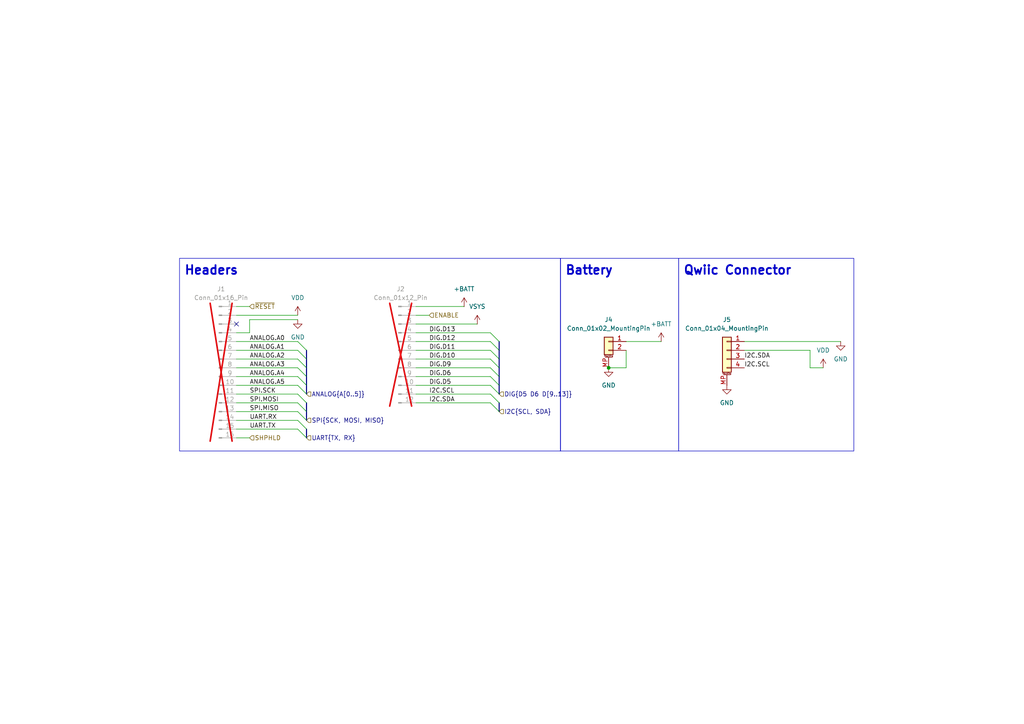
<source format=kicad_sch>
(kicad_sch (version 20250114) (generator "eeschema") (generator_version "9.0")
  (paper "A4")
  (lib_symbols
    (symbol "Connector:Conn_01x12_Pin" (pin_names (offset 1.016) (hide yes))
      (property "Reference" "J" (at 0 15.24 0))
      (property "Value" "Conn_01x12_Pin" (at 0 -17.78 0))
      (symbol "Conn_01x12_Pin_1_1"
        (rectangle (start 0.8636 12.827) (end 0 12.573) (stroke (width 0.1524)) (fill (type outline)))
        (rectangle (start 0.8636 10.287) (end 0 10.033) (stroke (width 0.1524)) (fill (type outline)))
        (rectangle (start 0.8636 7.747) (end 0 7.493) (stroke (width 0.1524)) (fill (type outline)))
        (rectangle (start 0.8636 5.207) (end 0 4.953) (stroke (width 0.1524)) (fill (type outline)))
        (rectangle (start 0.8636 2.667) (end 0 2.413) (stroke (width 0.1524)) (fill (type outline)))
        (rectangle (start 0.8636 0.127) (end 0 -0.127) (stroke (width 0.1524)) (fill (type outline)))
        (rectangle (start 0.8636 -2.413) (end 0 -2.667) (stroke (width 0.1524)) (fill (type outline)))
        (rectangle (start 0.8636 -4.953) (end 0 -5.207) (stroke (width 0.1524)) (fill (type outline)))
        (rectangle (start 0.8636 -7.493) (end 0 -7.747) (stroke (width 0.1524)) (fill (type outline)))
        (rectangle (start 0.8636 -10.033) (end 0 -10.287) (stroke (width 0.1524)) (fill (type outline)))
        (rectangle (start 0.8636 -12.573) (end 0 -12.827) (stroke (width 0.1524)) (fill (type outline)))
        (rectangle (start 0.8636 -15.113) (end 0 -15.367) (stroke (width 0.1524)) (fill (type outline)))
        (polyline (pts (xy 1.27 12.7) (xy 0.8636 12.7)) (stroke (width 0.1524)))
        (polyline (pts (xy 1.27 10.16) (xy 0.8636 10.16)) (stroke (width 0.1524)))
        (polyline (pts (xy 1.27 7.62) (xy 0.8636 7.62)) (stroke (width 0.1524)))
        (polyline (pts (xy 1.27 5.08) (xy 0.8636 5.08)) (stroke (width 0.1524)))
        (polyline (pts (xy 1.27 2.54) (xy 0.8636 2.54)) (stroke (width 0.1524)))
        (polyline (pts (xy 1.27 0) (xy 0.8636 0)) (stroke (width 0.1524)))
        (polyline (pts (xy 1.27 -2.54) (xy 0.8636 -2.54)) (stroke (width 0.1524)))
        (polyline (pts (xy 1.27 -5.08) (xy 0.8636 -5.08)) (stroke (width 0.1524)))
        (polyline (pts (xy 1.27 -7.62) (xy 0.8636 -7.62)) (stroke (width 0.1524)))
        (polyline (pts (xy 1.27 -10.16) (xy 0.8636 -10.16)) (stroke (width 0.1524)))
        (polyline (pts (xy 1.27 -12.7) (xy 0.8636 -12.7)) (stroke (width 0.1524)))
        (polyline (pts (xy 1.27 -15.24) (xy 0.8636 -15.24)) (stroke (width 0.1524)))
        (pin passive line (at 5.08 12.7 180) (length 3.81) (name "Pin_1") (number "1"))
        (pin passive line (at 5.08 10.16 180) (length 3.81) (name "Pin_2") (number "2"))
        (pin passive line (at 5.08 7.62 180) (length 3.81) (name "Pin_3") (number "3"))
        (pin passive line (at 5.08 5.08 180) (length 3.81) (name "Pin_4") (number "4"))
        (pin passive line (at 5.08 2.54 180) (length 3.81) (name "Pin_5") (number "5"))
        (pin passive line (at 5.08 0 180) (length 3.81) (name "Pin_6") (number "6"))
        (pin passive line (at 5.08 -2.54 180) (length 3.81) (name "Pin_7") (number "7"))
        (pin passive line (at 5.08 -5.08 180) (length 3.81) (name "Pin_8") (number "8"))
        (pin passive line (at 5.08 -7.62 180) (length 3.81) (name "Pin_9") (number "9"))
        (pin passive line (at 5.08 -10.16 180) (length 3.81) (name "Pin_10") (number "10"))
        (pin passive line (at 5.08 -12.7 180) (length 3.81) (name "Pin_11") (number "11"))
        (pin passive line (at 5.08 -15.24 180) (length 3.81) (name "Pin_12") (number "12"))
      )
    )
    (symbol "Connector:Conn_01x16_Pin" (pin_names (offset 1.016) (hide yes))
      (property "Reference" "J" (at 0 20.32 0))
      (property "Value" "Conn_01x16_Pin" (at 0 -22.86 0))
      (symbol "Conn_01x16_Pin_1_1"
        (rectangle (start 0.8636 17.907) (end 0 17.653) (stroke (width 0.1524)) (fill (type outline)))
        (rectangle (start 0.8636 15.367) (end 0 15.113) (stroke (width 0.1524)) (fill (type outline)))
        (rectangle (start 0.8636 12.827) (end 0 12.573) (stroke (width 0.1524)) (fill (type outline)))
        (rectangle (start 0.8636 10.287) (end 0 10.033) (stroke (width 0.1524)) (fill (type outline)))
        (rectangle (start 0.8636 7.747) (end 0 7.493) (stroke (width 0.1524)) (fill (type outline)))
        (rectangle (start 0.8636 5.207) (end 0 4.953) (stroke (width 0.1524)) (fill (type outline)))
        (rectangle (start 0.8636 2.667) (end 0 2.413) (stroke (width 0.1524)) (fill (type outline)))
        (rectangle (start 0.8636 0.127) (end 0 -0.127) (stroke (width 0.1524)) (fill (type outline)))
        (rectangle (start 0.8636 -2.413) (end 0 -2.667) (stroke (width 0.1524)) (fill (type outline)))
        (rectangle (start 0.8636 -4.953) (end 0 -5.207) (stroke (width 0.1524)) (fill (type outline)))
        (rectangle (start 0.8636 -7.493) (end 0 -7.747) (stroke (width 0.1524)) (fill (type outline)))
        (rectangle (start 0.8636 -10.033) (end 0 -10.287) (stroke (width 0.1524)) (fill (type outline)))
        (rectangle (start 0.8636 -12.573) (end 0 -12.827) (stroke (width 0.1524)) (fill (type outline)))
        (rectangle (start 0.8636 -15.113) (end 0 -15.367) (stroke (width 0.1524)) (fill (type outline)))
        (rectangle (start 0.8636 -17.653) (end 0 -17.907) (stroke (width 0.1524)) (fill (type outline)))
        (rectangle (start 0.8636 -20.193) (end 0 -20.447) (stroke (width 0.1524)) (fill (type outline)))
        (polyline (pts (xy 1.27 17.78) (xy 0.8636 17.78)) (stroke (width 0.1524)))
        (polyline (pts (xy 1.27 15.24) (xy 0.8636 15.24)) (stroke (width 0.1524)))
        (polyline (pts (xy 1.27 12.7) (xy 0.8636 12.7)) (stroke (width 0.1524)))
        (polyline (pts (xy 1.27 10.16) (xy 0.8636 10.16)) (stroke (width 0.1524)))
        (polyline (pts (xy 1.27 7.62) (xy 0.8636 7.62)) (stroke (width 0.1524)))
        (polyline (pts (xy 1.27 5.08) (xy 0.8636 5.08)) (stroke (width 0.1524)))
        (polyline (pts (xy 1.27 2.54) (xy 0.8636 2.54)) (stroke (width 0.1524)))
        (polyline (pts (xy 1.27 0) (xy 0.8636 0)) (stroke (width 0.1524)))
        (polyline (pts (xy 1.27 -2.54) (xy 0.8636 -2.54)) (stroke (width 0.1524)))
        (polyline (pts (xy 1.27 -5.08) (xy 0.8636 -5.08)) (stroke (width 0.1524)))
        (polyline (pts (xy 1.27 -7.62) (xy 0.8636 -7.62)) (stroke (width 0.1524)))
        (polyline (pts (xy 1.27 -10.16) (xy 0.8636 -10.16)) (stroke (width 0.1524)))
        (polyline (pts (xy 1.27 -12.7) (xy 0.8636 -12.7)) (stroke (width 0.1524)))
        (polyline (pts (xy 1.27 -15.24) (xy 0.8636 -15.24)) (stroke (width 0.1524)))
        (polyline (pts (xy 1.27 -17.78) (xy 0.8636 -17.78)) (stroke (width 0.1524)))
        (polyline (pts (xy 1.27 -20.32) (xy 0.8636 -20.32)) (stroke (width 0.1524)))
        (pin passive line (at 5.08 17.78 180) (length 3.81) (name "Pin_1") (number "1"))
        (pin passive line (at 5.08 15.24 180) (length 3.81) (name "Pin_2") (number "2"))
        (pin passive line (at 5.08 12.7 180) (length 3.81) (name "Pin_3") (number "3"))
        (pin passive line (at 5.08 10.16 180) (length 3.81) (name "Pin_4") (number "4"))
        (pin passive line (at 5.08 7.62 180) (length 3.81) (name "Pin_5") (number "5"))
        (pin passive line (at 5.08 5.08 180) (length 3.81) (name "Pin_6") (number "6"))
        (pin passive line (at 5.08 2.54 180) (length 3.81) (name "Pin_7") (number "7"))
        (pin passive line (at 5.08 0 180) (length 3.81) (name "Pin_8") (number "8"))
        (pin passive line (at 5.08 -2.54 180) (length 3.81) (name "Pin_9") (number "9"))
        (pin passive line (at 5.08 -5.08 180) (length 3.81) (name "Pin_10") (number "10"))
        (pin passive line (at 5.08 -7.62 180) (length 3.81) (name "Pin_11") (number "11"))
        (pin passive line (at 5.08 -10.16 180) (length 3.81) (name "Pin_12") (number "12"))
        (pin passive line (at 5.08 -12.7 180) (length 3.81) (name "Pin_13") (number "13"))
        (pin passive line (at 5.08 -15.24 180) (length 3.81) (name "Pin_14") (number "14"))
        (pin passive line (at 5.08 -17.78 180) (length 3.81) (name "Pin_15") (number "15"))
        (pin passive line (at 5.08 -20.32 180) (length 3.81) (name "Pin_16") (number "16"))
      )
    )
    (symbol "Connector_Generic_MountingPin:Conn_01x02_MountingPin" (pin_names (offset 1.016) (hide yes))
      (property "Reference" "J" (at 0 2.54 0))
      (property "Value" "Conn_01x02_MountingPin" (at 1.27 -5.08 0))
      (symbol "Conn_01x02_MountingPin_1_1"
        (rectangle (start -1.27 1.27) (end 1.27 -3.81) (stroke (width 0.254)) (fill (type background)))
        (rectangle (start -1.27 0.127) (end 0 -0.127) (stroke (width 0.1524)))
        (rectangle (start -1.27 -2.413) (end 0 -2.667) (stroke (width 0.1524)))
        (polyline (pts (xy -1.016 -4.572) (xy 1.016 -4.572)) (stroke (width 0.1524)))
        (text "Mounting" (at 0 -4.191 0) (effects (font (size 0.381 0.381))))
        (pin passive line (at -5.08 0 0) (length 3.81) (name "Pin_1") (number "1"))
        (pin passive line (at -5.08 -2.54 0) (length 3.81) (name "Pin_2") (number "2"))
        (pin passive line (at 0 -7.62 90) (length 3.048) (name "MountPin") (number "MP"))
      )
    )
    (symbol "Connector_Generic_MountingPin:Conn_01x04_MountingPin" (pin_names (offset 1.016) (hide yes))
      (property "Reference" "J" (at 0 5.08 0))
      (property "Value" "Conn_01x04_MountingPin" (at 1.27 -7.62 0))
      (symbol "Conn_01x04_MountingPin_1_1"
        (rectangle (start -1.27 3.81) (end 1.27 -6.35) (stroke (width 0.254)) (fill (type background)))
        (rectangle (start -1.27 2.667) (end 0 2.413) (stroke (width 0.1524)))
        (rectangle (start -1.27 0.127) (end 0 -0.127) (stroke (width 0.1524)))
        (rectangle (start -1.27 -2.413) (end 0 -2.667) (stroke (width 0.1524)))
        (rectangle (start -1.27 -4.953) (end 0 -5.207) (stroke (width 0.1524)))
        (polyline (pts (xy -1.016 -7.112) (xy 1.016 -7.112)) (stroke (width 0.1524)))
        (text "Mounting" (at 0 -6.731 0) (effects (font (size 0.381 0.381))))
        (pin passive line (at -5.08 2.54 0) (length 3.81) (name "Pin_1") (number "1"))
        (pin passive line (at -5.08 0 0) (length 3.81) (name "Pin_2") (number "2"))
        (pin passive line (at -5.08 -2.54 0) (length 3.81) (name "Pin_3") (number "3"))
        (pin passive line (at -5.08 -5.08 0) (length 3.81) (name "Pin_4") (number "4"))
        (pin passive line (at 0 -10.16 90) (length 3.048) (name "MountPin") (number "MP"))
      )
    )
    (symbol "power:+BATT" (power) (pin_numbers (hide yes)) (pin_names (offset 0) (hide yes))
      (property "Value" "+BATT" (at 0 3.556 0))
      (symbol "+BATT_0_1"
        (polyline (pts (xy -0.762 1.27) (xy 0 2.54)))
        (polyline (pts (xy 0 2.54) (xy 0.762 1.27)))
        (polyline (pts (xy 0 0) (xy 0 2.54)))
      )
      (symbol "+BATT_1_1"
        (pin power_in line (at 0 0 90) (length 0) (name "~") (number "1"))
      )
    )
    (symbol "power:GND" (power) (pin_numbers (hide yes)) (pin_names (offset 0) (hide yes))
      (property "Value" "GND" (at 0 -3.81 0))
      (symbol "GND_0_1"
        (polyline (pts (xy 0 0) (xy 0 -1.27) (xy 1.27 -1.27) (xy 0 -2.54) (xy -1.27 -1.27) (xy 0 -1.27)))
      )
      (symbol "GND_1_1"
        (pin power_in line (at 0 0 270) (length 0) (name "~") (number "1"))
      )
    )
    (symbol "power:VBUS" (power) (pin_numbers (hide yes)) (pin_names (offset 0) (hide yes))
      (property "Value" "VBUS" (at 0 3.556 0))
      (symbol "VBUS_0_1"
        (polyline (pts (xy -0.762 1.27) (xy 0 2.54)))
        (polyline (pts (xy 0 2.54) (xy 0.762 1.27)))
        (polyline (pts (xy 0 0) (xy 0 2.54)))
      )
      (symbol "VBUS_1_1"
        (pin power_in line (at 0 0 90) (length 0) (name "~") (number "1"))
      )
    )
    (symbol "power:VDD" (power) (pin_numbers (hide yes)) (pin_names (offset 0) (hide yes))
      (property "Value" "VDD" (at 0 3.556 0))
      (symbol "VDD_0_1"
        (polyline (pts (xy -0.762 1.27) (xy 0 2.54)))
        (polyline (pts (xy 0 2.54) (xy 0.762 1.27)))
        (polyline (pts (xy 0 0) (xy 0 2.54)))
      )
      (symbol "VDD_1_1"
        (pin power_in line (at 0 0 90) (length 0) (name "~") (number "1"))
      )
    )
  )
  (rectangle (start 52.07 74.93) (end 162.56 130.81))
  (rectangle (start 196.85 74.93) (end 247.65 130.81))
  (rectangle (start 162.56 74.93) (end 196.85 130.81))
  (text "Qwiic Connector" (at 198.12 80.01 0) (effects (font (size 2.54 2.54) (thickness 0.508) (bold yes)) (justify left bottom)))
  (text "Battery" (at 163.83 80.01 0) (effects (font (size 2.54 2.54) (thickness 0.508) (bold yes)) (justify left bottom)))
  (text "Headers" (at 53.34 80.01 0) (effects (font (size 2.54 2.54) (thickness 0.508) (bold yes)) (justify left bottom)))
  (junction (at 176.53 106.68))
  (no_connect (at 68.58 93.98))
  (bus_entry (at 144.78 116.84) (size -2.54 -2.54))
  (bus_entry (at 88.9 109.22) (size -2.54 -2.54))
  (bus_entry (at 88.9 127) (size -2.54 -2.54))
  (bus_entry (at 144.78 114.3) (size -2.54 -2.54))
  (bus_entry (at 144.78 106.68) (size -2.54 -2.54))
  (bus_entry (at 88.9 106.68) (size -2.54 -2.54))
  (bus_entry (at 88.9 101.6) (size -2.54 -2.54))
  (bus_entry (at 88.9 114.3) (size -2.54 -2.54))
  (bus_entry (at 144.78 111.76) (size -2.54 -2.54))
  (bus_entry (at 144.78 101.6) (size -2.54 -2.54))
  (bus_entry (at 144.78 99.06) (size -2.54 -2.54))
  (bus_entry (at 88.9 116.84) (size -2.54 -2.54))
  (bus_entry (at 88.9 111.76) (size -2.54 -2.54))
  (bus_entry (at 144.78 104.14) (size -2.54 -2.54))
  (bus_entry (at 88.9 104.14) (size -2.54 -2.54))
  (bus_entry (at 144.78 109.22) (size -2.54 -2.54))
  (bus_entry (at 88.9 124.46) (size -2.54 -2.54))
  (bus_entry (at 144.78 119.38) (size -2.54 -2.54))
  (bus_entry (at 88.9 119.38) (size -2.54 -2.54))
  (bus_entry (at 88.9 121.92) (size -2.54 -2.54))
  (bus (pts (xy 88.9 116.84) (xy 88.9 119.38)))
  (bus (pts (xy 88.9 111.76) (xy 88.9 114.3)))
  (wire (pts (xy 68.58 124.46) (xy 86.36 124.46)))
  (wire (pts (xy 120.65 96.52) (xy 142.24 96.52)))
  (bus (pts (xy 144.78 106.68) (xy 144.78 109.22)))
  (wire (pts (xy 120.65 88.9) (xy 134.62 88.9)))
  (bus (pts (xy 144.78 101.6) (xy 144.78 104.14)))
  (wire (pts (xy 68.58 111.76) (xy 86.36 111.76)))
  (bus (pts (xy 144.78 116.84) (xy 144.78 119.38)))
  (wire (pts (xy 120.65 99.06) (xy 142.24 99.06)))
  (wire (pts (xy 68.58 121.92) (xy 86.36 121.92)))
  (bus (pts (xy 88.9 106.68) (xy 88.9 109.22)))
  (wire (pts (xy 238.76 106.68) (xy 234.95 106.68)))
  (wire (pts (xy 120.65 101.6) (xy 142.24 101.6)))
  (bus (pts (xy 88.9 101.6) (xy 88.9 104.14)))
  (wire (pts (xy 68.58 119.38) (xy 86.36 119.38)))
  (wire (pts (xy 72.39 88.9) (xy 68.58 88.9)))
  (wire (pts (xy 215.9 99.06) (xy 243.84 99.06)))
  (wire (pts (xy 120.65 93.98) (xy 138.43 93.98)))
  (wire (pts (xy 234.95 106.68) (xy 234.95 101.6)))
  (bus (pts (xy 88.9 104.14) (xy 88.9 106.68)))
  (wire (pts (xy 72.39 96.52) (xy 68.58 96.52)))
  (wire (pts (xy 181.61 101.6) (xy 181.61 106.68)))
  (wire (pts (xy 72.39 127) (xy 68.58 127)))
  (wire (pts (xy 68.58 109.22) (xy 86.36 109.22)))
  (wire (pts (xy 120.65 104.14) (xy 142.24 104.14)))
  (wire (pts (xy 215.9 101.6) (xy 234.95 101.6)))
  (wire (pts (xy 124.46 91.44) (xy 120.65 91.44)))
  (wire (pts (xy 68.58 101.6) (xy 86.36 101.6)))
  (bus (pts (xy 144.78 111.76) (xy 144.78 114.3)))
  (bus (pts (xy 144.78 99.06) (xy 144.78 101.6)))
  (bus (pts (xy 88.9 109.22) (xy 88.9 111.76)))
  (wire (pts (xy 68.58 116.84) (xy 86.36 116.84)))
  (wire (pts (xy 72.39 92.71) (xy 72.39 96.52)))
  (wire (pts (xy 181.61 106.68) (xy 176.53 106.68)))
  (wire (pts (xy 120.65 106.68) (xy 142.24 106.68)))
  (bus (pts (xy 144.78 104.14) (xy 144.78 106.68)))
  (wire (pts (xy 68.58 114.3) (xy 86.36 114.3)))
  (wire (pts (xy 68.58 104.14) (xy 86.36 104.14)))
  (wire (pts (xy 120.65 114.3) (xy 142.24 114.3)))
  (wire (pts (xy 181.61 99.06) (xy 191.77 99.06)))
  (bus (pts (xy 88.9 119.38) (xy 88.9 121.92)))
  (bus (pts (xy 144.78 109.22) (xy 144.78 111.76)))
  (wire (pts (xy 120.65 116.84) (xy 142.24 116.84)))
  (wire (pts (xy 120.65 109.22) (xy 142.24 109.22)))
  (wire (pts (xy 120.65 111.76) (xy 142.24 111.76)))
  (wire (pts (xy 68.58 99.06) (xy 86.36 99.06)))
  (wire (pts (xy 72.39 92.71) (xy 86.36 92.71)))
  (bus (pts (xy 88.9 124.46) (xy 88.9 127)))
  (wire (pts (xy 68.58 91.44) (xy 86.36 91.44)))
  (wire (pts (xy 68.58 106.68) (xy 86.36 106.68)))
  (label "DIG.D5" (at 124.46 111.76 0))
  (label "DIG.D10" (at 124.46 104.14 0))
  (label "ANALOG.A2" (at 72.39 104.14 0))
  (label "UART.RX" (at 72.39 121.92 0))
  (label "DIG.D11" (at 124.46 101.6 0))
  (label "I2C.SCL" (at 124.46 114.3 0))
  (label "I2C.SDA" (at 215.9 104.14 0))
  (label "DIG.D12" (at 124.46 99.06 0))
  (label "DIG.D6" (at 124.46 109.22 0))
  (label "SPI.MOSI" (at 72.39 116.84 0))
  (label "ANALOG.A4" (at 72.39 109.22 0))
  (label "DIG.D13" (at 124.46 96.52 0))
  (label "SPI.SCK" (at 72.39 114.3 0))
  (label "I2C.SCL" (at 215.9 106.68 0))
  (label "DIG.D9" (at 124.46 106.68 0))
  (label "ANALOG.A3" (at 72.39 106.68 0))
  (label "I2C.SDA" (at 124.46 116.84 0))
  (label "ANALOG.A0" (at 72.39 99.06 0))
  (label "SPI.MISO" (at 72.39 119.38 0))
  (label "ANALOG.A5" (at 72.39 111.76 0))
  (label "UART.TX" (at 72.39 124.46 0))
  (label "ANALOG.A1" (at 72.39 101.6 0))
  (hierarchical_label "ANALOG{A[0..5]}" (shape input) (at 88.9 114.3 0))
  (hierarchical_label "DIG{D5 D6 D[9..13]}" (shape input) (at 144.78 114.3 0))
  (hierarchical_label "ENABLE" (shape input) (at 124.46 91.44 0))
  (hierarchical_label "~{RESET}" (shape input) (at 72.39 88.9 0))
  (hierarchical_label "I2C{SCL, SDA}" (shape input) (at 144.78 119.38 0))
  (hierarchical_label "SHPHLD" (shape input) (at 72.39 127 0))
  (hierarchical_label "SPI{SCK, MOSI, MISO}" (shape input) (at 88.9 121.92 0))
  (hierarchical_label "UART{TX, RX}" (shape input) (at 88.9 127 0))
  (symbol (lib_id "power:+BATT") (at 191.77 99.06 0) (unit 1)
    (property "Reference" "#PWR06" (effects (hide yes)))
    (property "Value" "+BATT" (at 191.77 93.98 0))
    (property "Description" "Power symbol creates a global label with name \"+BATT\"" (effects (hide yes)))
  )
  (symbol (lib_id "power:GND") (at 210.82 111.76 0) (unit 1)
    (property "Reference" "#PWR05" (effects (hide yes)))
    (property "Value" "GND" (at 210.82 116.84 0))
    (property "Description" "Power symbol creates a global label with name \"GND\" , ground" (effects (hide yes)))
  )
  (symbol (lib_id "power:GND") (at 243.84 99.06 0) (unit 1)
    (property "Reference" "#PWR02" (effects (hide yes)))
    (property "Value" "GND" (at 243.84 104.14 0))
    (property "Description" "Power symbol creates a global label with name \"GND\" , ground" (effects (hide yes)))
  )
  (symbol (lib_id "power:GND") (at 176.53 106.68 0) (unit 1)
    (property "Reference" "#PWR04" (effects (hide yes)))
    (property "Value" "GND" (at 176.53 111.76 0))
    (property "Description" "Power symbol creates a global label with name \"GND\" , ground" (effects (hide yes)))
  )
  (symbol (lib_id "power:VBUS") (at 138.43 93.98 0) (unit 1)
    (property "Reference" "#PWR048" (effects (hide yes)))
    (property "Value" "VSYS" (at 138.43 88.9 0))
    (property "Description" "Power symbol creates a global label with name \"VBUS\"" (effects (hide yes)))
  )
  (symbol (lib_id "Connector_Generic_MountingPin:Conn_01x04_MountingPin") (at 210.82 101.6 0) (mirror y) (unit 1)
    (property "Reference" "J5" (at 210.82 92.71 0))
    (property "Value" "Conn_01x04_MountingPin" (at 210.82 95.25 0))
    (property "Footprint" "Connector_JST:JST_SH_SM04B-SRSS-TB_1x04-1MP_P1.00mm_Horizontal" (effects (hide yes)))
    (property "LCSC" "C3029343" (effects (hide yes)))
  )
  (symbol (lib_id "power:+BATT") (at 134.62 88.9 0) (unit 1)
    (property "Reference" "#PWR09" (effects (hide yes)))
    (property "Value" "+BATT" (at 134.62 83.82 0))
    (property "Description" "Power symbol creates a global label with name \"+BATT\"" (effects (hide yes)))
  )
  (symbol (lib_id "power:VDD") (at 238.76 106.68 0) (unit 1)
    (property "Reference" "#PWR01" (effects (hide yes)))
    (property "Value" "VDD" (at 238.76 101.6 0))
    (property "Description" "Power symbol creates a global label with name \"VDD\"" (effects (hide yes)))
  )
  (symbol (lib_id "power:GND") (at 86.36 92.71 0) (unit 1)
    (property "Reference" "#PWR08" (effects (hide yes)))
    (property "Value" "GND" (at 86.36 97.79 0))
    (property "Description" "Power symbol creates a global label with name \"GND\" , ground" (effects (hide yes)))
  )
  (symbol (lib_id "Connector:Conn_01x12_Pin") (at 115.57 101.6 0) (unit 1) (in_bom no) (dnp yes)
    (property "Reference" "J2" (at 116.205 83.82 0))
    (property "Value" "Conn_01x12_Pin" (at 116.205 86.36 0))
    (property "Footprint" "RoyalBlue54L-Feather-Connector_PinHeader_2.54mm:PinHeader_1x12_P2.54mm_Vertical" (effects (hide yes)))
  )
  (symbol (lib_id "Connector:Conn_01x16_Pin") (at 63.5 106.68 0) (unit 1) (in_bom no) (dnp yes)
    (property "Reference" "J1" (at 64.135 83.82 0))
    (property "Value" "Conn_01x16_Pin" (at 64.135 86.36 0))
    (property "Footprint" "RoyalBlue54L-Feather-Connector_PinHeader_2.54mm:PinHeader_1x16_P2.54mm_Vertical" (effects (hide yes)))
  )
  (symbol (lib_id "power:VDD") (at 86.36 91.44 0) (unit 1)
    (property "Reference" "#PWR07" (effects (hide yes)))
    (property "Value" "VDD" (at 86.36 86.36 0))
    (property "Description" "Power symbol creates a global label with name \"VDD\"" (effects (hide yes)))
  )
  (symbol (lib_id "Connector_Generic_MountingPin:Conn_01x02_MountingPin") (at 176.53 99.06 0) (mirror y) (unit 1)
    (property "Reference" "J4" (at 176.53 92.71 0))
    (property "Value" "Conn_01x02_MountingPin" (at 176.53 95.25 0))
    (property "Footprint" "Connector_JST:JST_PH_S2B-PH-SM4-TB_1x02-1MP_P2.00mm_Horizontal" (effects (hide yes)))
    (property "LCSC" "C295747" (effects (hide yes)))
  )
)
</source>
